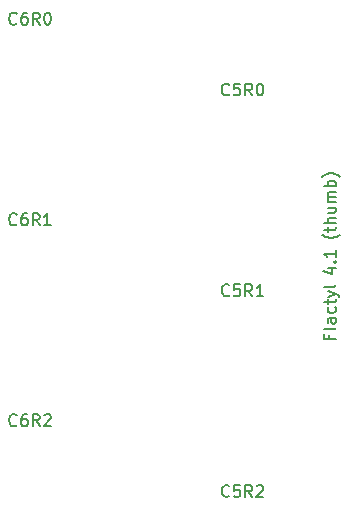
<source format=gbr>
%TF.GenerationSoftware,KiCad,Pcbnew,(7.0.0-0)*%
%TF.CreationDate,2023-02-22T17:53:04+08:00*%
%TF.ProjectId,thumb,7468756d-622e-46b6-9963-61645f706362,v1.0.0*%
%TF.SameCoordinates,Original*%
%TF.FileFunction,Legend,Top*%
%TF.FilePolarity,Positive*%
%FSLAX46Y46*%
G04 Gerber Fmt 4.6, Leading zero omitted, Abs format (unit mm)*
G04 Created by KiCad (PCBNEW (7.0.0-0)) date 2023-02-22 17:53:04*
%MOMM*%
%LPD*%
G01*
G04 APERTURE LIST*
%ADD10C,0.150000*%
G04 APERTURE END LIST*
D10*
%TO.C,S1*%
X16857142Y30727857D02*
X16809523Y30680238D01*
X16809523Y30680238D02*
X16666666Y30632619D01*
X16666666Y30632619D02*
X16571428Y30632619D01*
X16571428Y30632619D02*
X16428571Y30680238D01*
X16428571Y30680238D02*
X16333333Y30775476D01*
X16333333Y30775476D02*
X16285714Y30870714D01*
X16285714Y30870714D02*
X16238095Y31061190D01*
X16238095Y31061190D02*
X16238095Y31204047D01*
X16238095Y31204047D02*
X16285714Y31394523D01*
X16285714Y31394523D02*
X16333333Y31489761D01*
X16333333Y31489761D02*
X16428571Y31585000D01*
X16428571Y31585000D02*
X16571428Y31632619D01*
X16571428Y31632619D02*
X16666666Y31632619D01*
X16666666Y31632619D02*
X16809523Y31585000D01*
X16809523Y31585000D02*
X16857142Y31537380D01*
X17761904Y31632619D02*
X17285714Y31632619D01*
X17285714Y31632619D02*
X17238095Y31156428D01*
X17238095Y31156428D02*
X17285714Y31204047D01*
X17285714Y31204047D02*
X17380952Y31251666D01*
X17380952Y31251666D02*
X17619047Y31251666D01*
X17619047Y31251666D02*
X17714285Y31204047D01*
X17714285Y31204047D02*
X17761904Y31156428D01*
X17761904Y31156428D02*
X17809523Y31061190D01*
X17809523Y31061190D02*
X17809523Y30823095D01*
X17809523Y30823095D02*
X17761904Y30727857D01*
X17761904Y30727857D02*
X17714285Y30680238D01*
X17714285Y30680238D02*
X17619047Y30632619D01*
X17619047Y30632619D02*
X17380952Y30632619D01*
X17380952Y30632619D02*
X17285714Y30680238D01*
X17285714Y30680238D02*
X17238095Y30727857D01*
X18809523Y30632619D02*
X18476190Y31108809D01*
X18238095Y30632619D02*
X18238095Y31632619D01*
X18238095Y31632619D02*
X18619047Y31632619D01*
X18619047Y31632619D02*
X18714285Y31585000D01*
X18714285Y31585000D02*
X18761904Y31537380D01*
X18761904Y31537380D02*
X18809523Y31442142D01*
X18809523Y31442142D02*
X18809523Y31299285D01*
X18809523Y31299285D02*
X18761904Y31204047D01*
X18761904Y31204047D02*
X18714285Y31156428D01*
X18714285Y31156428D02*
X18619047Y31108809D01*
X18619047Y31108809D02*
X18238095Y31108809D01*
X19428571Y31632619D02*
X19523809Y31632619D01*
X19523809Y31632619D02*
X19619047Y31585000D01*
X19619047Y31585000D02*
X19666666Y31537380D01*
X19666666Y31537380D02*
X19714285Y31442142D01*
X19714285Y31442142D02*
X19761904Y31251666D01*
X19761904Y31251666D02*
X19761904Y31013571D01*
X19761904Y31013571D02*
X19714285Y30823095D01*
X19714285Y30823095D02*
X19666666Y30727857D01*
X19666666Y30727857D02*
X19619047Y30680238D01*
X19619047Y30680238D02*
X19523809Y30632619D01*
X19523809Y30632619D02*
X19428571Y30632619D01*
X19428571Y30632619D02*
X19333333Y30680238D01*
X19333333Y30680238D02*
X19285714Y30727857D01*
X19285714Y30727857D02*
X19238095Y30823095D01*
X19238095Y30823095D02*
X19190476Y31013571D01*
X19190476Y31013571D02*
X19190476Y31251666D01*
X19190476Y31251666D02*
X19238095Y31442142D01*
X19238095Y31442142D02*
X19285714Y31537380D01*
X19285714Y31537380D02*
X19333333Y31585000D01*
X19333333Y31585000D02*
X19428571Y31632619D01*
%TO.C,S2*%
X16857142Y13727857D02*
X16809523Y13680238D01*
X16809523Y13680238D02*
X16666666Y13632619D01*
X16666666Y13632619D02*
X16571428Y13632619D01*
X16571428Y13632619D02*
X16428571Y13680238D01*
X16428571Y13680238D02*
X16333333Y13775476D01*
X16333333Y13775476D02*
X16285714Y13870714D01*
X16285714Y13870714D02*
X16238095Y14061190D01*
X16238095Y14061190D02*
X16238095Y14204047D01*
X16238095Y14204047D02*
X16285714Y14394523D01*
X16285714Y14394523D02*
X16333333Y14489761D01*
X16333333Y14489761D02*
X16428571Y14585000D01*
X16428571Y14585000D02*
X16571428Y14632619D01*
X16571428Y14632619D02*
X16666666Y14632619D01*
X16666666Y14632619D02*
X16809523Y14585000D01*
X16809523Y14585000D02*
X16857142Y14537380D01*
X17761904Y14632619D02*
X17285714Y14632619D01*
X17285714Y14632619D02*
X17238095Y14156428D01*
X17238095Y14156428D02*
X17285714Y14204047D01*
X17285714Y14204047D02*
X17380952Y14251666D01*
X17380952Y14251666D02*
X17619047Y14251666D01*
X17619047Y14251666D02*
X17714285Y14204047D01*
X17714285Y14204047D02*
X17761904Y14156428D01*
X17761904Y14156428D02*
X17809523Y14061190D01*
X17809523Y14061190D02*
X17809523Y13823095D01*
X17809523Y13823095D02*
X17761904Y13727857D01*
X17761904Y13727857D02*
X17714285Y13680238D01*
X17714285Y13680238D02*
X17619047Y13632619D01*
X17619047Y13632619D02*
X17380952Y13632619D01*
X17380952Y13632619D02*
X17285714Y13680238D01*
X17285714Y13680238D02*
X17238095Y13727857D01*
X18809523Y13632619D02*
X18476190Y14108809D01*
X18238095Y13632619D02*
X18238095Y14632619D01*
X18238095Y14632619D02*
X18619047Y14632619D01*
X18619047Y14632619D02*
X18714285Y14585000D01*
X18714285Y14585000D02*
X18761904Y14537380D01*
X18761904Y14537380D02*
X18809523Y14442142D01*
X18809523Y14442142D02*
X18809523Y14299285D01*
X18809523Y14299285D02*
X18761904Y14204047D01*
X18761904Y14204047D02*
X18714285Y14156428D01*
X18714285Y14156428D02*
X18619047Y14108809D01*
X18619047Y14108809D02*
X18238095Y14108809D01*
X19761904Y13632619D02*
X19190476Y13632619D01*
X19476190Y13632619D02*
X19476190Y14632619D01*
X19476190Y14632619D02*
X19380952Y14489761D01*
X19380952Y14489761D02*
X19285714Y14394523D01*
X19285714Y14394523D02*
X19190476Y14346904D01*
%TO.C,S3*%
X16857142Y-3272142D02*
X16809523Y-3319761D01*
X16809523Y-3319761D02*
X16666666Y-3367380D01*
X16666666Y-3367380D02*
X16571428Y-3367380D01*
X16571428Y-3367380D02*
X16428571Y-3319761D01*
X16428571Y-3319761D02*
X16333333Y-3224523D01*
X16333333Y-3224523D02*
X16285714Y-3129285D01*
X16285714Y-3129285D02*
X16238095Y-2938809D01*
X16238095Y-2938809D02*
X16238095Y-2795952D01*
X16238095Y-2795952D02*
X16285714Y-2605476D01*
X16285714Y-2605476D02*
X16333333Y-2510238D01*
X16333333Y-2510238D02*
X16428571Y-2415000D01*
X16428571Y-2415000D02*
X16571428Y-2367380D01*
X16571428Y-2367380D02*
X16666666Y-2367380D01*
X16666666Y-2367380D02*
X16809523Y-2415000D01*
X16809523Y-2415000D02*
X16857142Y-2462619D01*
X17761904Y-2367380D02*
X17285714Y-2367380D01*
X17285714Y-2367380D02*
X17238095Y-2843571D01*
X17238095Y-2843571D02*
X17285714Y-2795952D01*
X17285714Y-2795952D02*
X17380952Y-2748333D01*
X17380952Y-2748333D02*
X17619047Y-2748333D01*
X17619047Y-2748333D02*
X17714285Y-2795952D01*
X17714285Y-2795952D02*
X17761904Y-2843571D01*
X17761904Y-2843571D02*
X17809523Y-2938809D01*
X17809523Y-2938809D02*
X17809523Y-3176904D01*
X17809523Y-3176904D02*
X17761904Y-3272142D01*
X17761904Y-3272142D02*
X17714285Y-3319761D01*
X17714285Y-3319761D02*
X17619047Y-3367380D01*
X17619047Y-3367380D02*
X17380952Y-3367380D01*
X17380952Y-3367380D02*
X17285714Y-3319761D01*
X17285714Y-3319761D02*
X17238095Y-3272142D01*
X18809523Y-3367380D02*
X18476190Y-2891190D01*
X18238095Y-3367380D02*
X18238095Y-2367380D01*
X18238095Y-2367380D02*
X18619047Y-2367380D01*
X18619047Y-2367380D02*
X18714285Y-2415000D01*
X18714285Y-2415000D02*
X18761904Y-2462619D01*
X18761904Y-2462619D02*
X18809523Y-2557857D01*
X18809523Y-2557857D02*
X18809523Y-2700714D01*
X18809523Y-2700714D02*
X18761904Y-2795952D01*
X18761904Y-2795952D02*
X18714285Y-2843571D01*
X18714285Y-2843571D02*
X18619047Y-2891190D01*
X18619047Y-2891190D02*
X18238095Y-2891190D01*
X19190476Y-2462619D02*
X19238095Y-2415000D01*
X19238095Y-2415000D02*
X19333333Y-2367380D01*
X19333333Y-2367380D02*
X19571428Y-2367380D01*
X19571428Y-2367380D02*
X19666666Y-2415000D01*
X19666666Y-2415000D02*
X19714285Y-2462619D01*
X19714285Y-2462619D02*
X19761904Y-2557857D01*
X19761904Y-2557857D02*
X19761904Y-2653095D01*
X19761904Y-2653095D02*
X19714285Y-2795952D01*
X19714285Y-2795952D02*
X19142857Y-3367380D01*
X19142857Y-3367380D02*
X19761904Y-3367380D01*
%TO.C,S4*%
X-1142857Y36727857D02*
X-1190476Y36680238D01*
X-1190476Y36680238D02*
X-1333333Y36632619D01*
X-1333333Y36632619D02*
X-1428571Y36632619D01*
X-1428571Y36632619D02*
X-1571428Y36680238D01*
X-1571428Y36680238D02*
X-1666666Y36775476D01*
X-1666666Y36775476D02*
X-1714285Y36870714D01*
X-1714285Y36870714D02*
X-1761904Y37061190D01*
X-1761904Y37061190D02*
X-1761904Y37204047D01*
X-1761904Y37204047D02*
X-1714285Y37394523D01*
X-1714285Y37394523D02*
X-1666666Y37489761D01*
X-1666666Y37489761D02*
X-1571428Y37585000D01*
X-1571428Y37585000D02*
X-1428571Y37632619D01*
X-1428571Y37632619D02*
X-1333333Y37632619D01*
X-1333333Y37632619D02*
X-1190476Y37585000D01*
X-1190476Y37585000D02*
X-1142857Y37537380D01*
X-285714Y37632619D02*
X-476190Y37632619D01*
X-476190Y37632619D02*
X-571428Y37585000D01*
X-571428Y37585000D02*
X-619047Y37537380D01*
X-619047Y37537380D02*
X-714285Y37394523D01*
X-714285Y37394523D02*
X-761904Y37204047D01*
X-761904Y37204047D02*
X-761904Y36823095D01*
X-761904Y36823095D02*
X-714285Y36727857D01*
X-714285Y36727857D02*
X-666666Y36680238D01*
X-666666Y36680238D02*
X-571428Y36632619D01*
X-571428Y36632619D02*
X-380952Y36632619D01*
X-380952Y36632619D02*
X-285714Y36680238D01*
X-285714Y36680238D02*
X-238095Y36727857D01*
X-238095Y36727857D02*
X-190476Y36823095D01*
X-190476Y36823095D02*
X-190476Y37061190D01*
X-190476Y37061190D02*
X-238095Y37156428D01*
X-238095Y37156428D02*
X-285714Y37204047D01*
X-285714Y37204047D02*
X-380952Y37251666D01*
X-380952Y37251666D02*
X-571428Y37251666D01*
X-571428Y37251666D02*
X-666666Y37204047D01*
X-666666Y37204047D02*
X-714285Y37156428D01*
X-714285Y37156428D02*
X-761904Y37061190D01*
X809523Y36632619D02*
X476190Y37108809D01*
X238095Y36632619D02*
X238095Y37632619D01*
X238095Y37632619D02*
X619047Y37632619D01*
X619047Y37632619D02*
X714285Y37585000D01*
X714285Y37585000D02*
X761904Y37537380D01*
X761904Y37537380D02*
X809523Y37442142D01*
X809523Y37442142D02*
X809523Y37299285D01*
X809523Y37299285D02*
X761904Y37204047D01*
X761904Y37204047D02*
X714285Y37156428D01*
X714285Y37156428D02*
X619047Y37108809D01*
X619047Y37108809D02*
X238095Y37108809D01*
X1428571Y37632619D02*
X1523809Y37632619D01*
X1523809Y37632619D02*
X1619047Y37585000D01*
X1619047Y37585000D02*
X1666666Y37537380D01*
X1666666Y37537380D02*
X1714285Y37442142D01*
X1714285Y37442142D02*
X1761904Y37251666D01*
X1761904Y37251666D02*
X1761904Y37013571D01*
X1761904Y37013571D02*
X1714285Y36823095D01*
X1714285Y36823095D02*
X1666666Y36727857D01*
X1666666Y36727857D02*
X1619047Y36680238D01*
X1619047Y36680238D02*
X1523809Y36632619D01*
X1523809Y36632619D02*
X1428571Y36632619D01*
X1428571Y36632619D02*
X1333333Y36680238D01*
X1333333Y36680238D02*
X1285714Y36727857D01*
X1285714Y36727857D02*
X1238095Y36823095D01*
X1238095Y36823095D02*
X1190476Y37013571D01*
X1190476Y37013571D02*
X1190476Y37251666D01*
X1190476Y37251666D02*
X1238095Y37442142D01*
X1238095Y37442142D02*
X1285714Y37537380D01*
X1285714Y37537380D02*
X1333333Y37585000D01*
X1333333Y37585000D02*
X1428571Y37632619D01*
%TO.C,S5*%
X-1142857Y19727857D02*
X-1190476Y19680238D01*
X-1190476Y19680238D02*
X-1333333Y19632619D01*
X-1333333Y19632619D02*
X-1428571Y19632619D01*
X-1428571Y19632619D02*
X-1571428Y19680238D01*
X-1571428Y19680238D02*
X-1666666Y19775476D01*
X-1666666Y19775476D02*
X-1714285Y19870714D01*
X-1714285Y19870714D02*
X-1761904Y20061190D01*
X-1761904Y20061190D02*
X-1761904Y20204047D01*
X-1761904Y20204047D02*
X-1714285Y20394523D01*
X-1714285Y20394523D02*
X-1666666Y20489761D01*
X-1666666Y20489761D02*
X-1571428Y20585000D01*
X-1571428Y20585000D02*
X-1428571Y20632619D01*
X-1428571Y20632619D02*
X-1333333Y20632619D01*
X-1333333Y20632619D02*
X-1190476Y20585000D01*
X-1190476Y20585000D02*
X-1142857Y20537380D01*
X-285714Y20632619D02*
X-476190Y20632619D01*
X-476190Y20632619D02*
X-571428Y20585000D01*
X-571428Y20585000D02*
X-619047Y20537380D01*
X-619047Y20537380D02*
X-714285Y20394523D01*
X-714285Y20394523D02*
X-761904Y20204047D01*
X-761904Y20204047D02*
X-761904Y19823095D01*
X-761904Y19823095D02*
X-714285Y19727857D01*
X-714285Y19727857D02*
X-666666Y19680238D01*
X-666666Y19680238D02*
X-571428Y19632619D01*
X-571428Y19632619D02*
X-380952Y19632619D01*
X-380952Y19632619D02*
X-285714Y19680238D01*
X-285714Y19680238D02*
X-238095Y19727857D01*
X-238095Y19727857D02*
X-190476Y19823095D01*
X-190476Y19823095D02*
X-190476Y20061190D01*
X-190476Y20061190D02*
X-238095Y20156428D01*
X-238095Y20156428D02*
X-285714Y20204047D01*
X-285714Y20204047D02*
X-380952Y20251666D01*
X-380952Y20251666D02*
X-571428Y20251666D01*
X-571428Y20251666D02*
X-666666Y20204047D01*
X-666666Y20204047D02*
X-714285Y20156428D01*
X-714285Y20156428D02*
X-761904Y20061190D01*
X809523Y19632619D02*
X476190Y20108809D01*
X238095Y19632619D02*
X238095Y20632619D01*
X238095Y20632619D02*
X619047Y20632619D01*
X619047Y20632619D02*
X714285Y20585000D01*
X714285Y20585000D02*
X761904Y20537380D01*
X761904Y20537380D02*
X809523Y20442142D01*
X809523Y20442142D02*
X809523Y20299285D01*
X809523Y20299285D02*
X761904Y20204047D01*
X761904Y20204047D02*
X714285Y20156428D01*
X714285Y20156428D02*
X619047Y20108809D01*
X619047Y20108809D02*
X238095Y20108809D01*
X1761904Y19632619D02*
X1190476Y19632619D01*
X1476190Y19632619D02*
X1476190Y20632619D01*
X1476190Y20632619D02*
X1380952Y20489761D01*
X1380952Y20489761D02*
X1285714Y20394523D01*
X1285714Y20394523D02*
X1190476Y20346904D01*
%TO.C,S6*%
X-1142857Y2727857D02*
X-1190476Y2680238D01*
X-1190476Y2680238D02*
X-1333333Y2632619D01*
X-1333333Y2632619D02*
X-1428571Y2632619D01*
X-1428571Y2632619D02*
X-1571428Y2680238D01*
X-1571428Y2680238D02*
X-1666666Y2775476D01*
X-1666666Y2775476D02*
X-1714285Y2870714D01*
X-1714285Y2870714D02*
X-1761904Y3061190D01*
X-1761904Y3061190D02*
X-1761904Y3204047D01*
X-1761904Y3204047D02*
X-1714285Y3394523D01*
X-1714285Y3394523D02*
X-1666666Y3489761D01*
X-1666666Y3489761D02*
X-1571428Y3585000D01*
X-1571428Y3585000D02*
X-1428571Y3632619D01*
X-1428571Y3632619D02*
X-1333333Y3632619D01*
X-1333333Y3632619D02*
X-1190476Y3585000D01*
X-1190476Y3585000D02*
X-1142857Y3537380D01*
X-285714Y3632619D02*
X-476190Y3632619D01*
X-476190Y3632619D02*
X-571428Y3585000D01*
X-571428Y3585000D02*
X-619047Y3537380D01*
X-619047Y3537380D02*
X-714285Y3394523D01*
X-714285Y3394523D02*
X-761904Y3204047D01*
X-761904Y3204047D02*
X-761904Y2823095D01*
X-761904Y2823095D02*
X-714285Y2727857D01*
X-714285Y2727857D02*
X-666666Y2680238D01*
X-666666Y2680238D02*
X-571428Y2632619D01*
X-571428Y2632619D02*
X-380952Y2632619D01*
X-380952Y2632619D02*
X-285714Y2680238D01*
X-285714Y2680238D02*
X-238095Y2727857D01*
X-238095Y2727857D02*
X-190476Y2823095D01*
X-190476Y2823095D02*
X-190476Y3061190D01*
X-190476Y3061190D02*
X-238095Y3156428D01*
X-238095Y3156428D02*
X-285714Y3204047D01*
X-285714Y3204047D02*
X-380952Y3251666D01*
X-380952Y3251666D02*
X-571428Y3251666D01*
X-571428Y3251666D02*
X-666666Y3204047D01*
X-666666Y3204047D02*
X-714285Y3156428D01*
X-714285Y3156428D02*
X-761904Y3061190D01*
X809523Y2632619D02*
X476190Y3108809D01*
X238095Y2632619D02*
X238095Y3632619D01*
X238095Y3632619D02*
X619047Y3632619D01*
X619047Y3632619D02*
X714285Y3585000D01*
X714285Y3585000D02*
X761904Y3537380D01*
X761904Y3537380D02*
X809523Y3442142D01*
X809523Y3442142D02*
X809523Y3299285D01*
X809523Y3299285D02*
X761904Y3204047D01*
X761904Y3204047D02*
X714285Y3156428D01*
X714285Y3156428D02*
X619047Y3108809D01*
X619047Y3108809D02*
X238095Y3108809D01*
X1190476Y3537380D02*
X1238095Y3585000D01*
X1238095Y3585000D02*
X1333333Y3632619D01*
X1333333Y3632619D02*
X1571428Y3632619D01*
X1571428Y3632619D02*
X1666666Y3585000D01*
X1666666Y3585000D02*
X1714285Y3537380D01*
X1714285Y3537380D02*
X1761904Y3442142D01*
X1761904Y3442142D02*
X1761904Y3346904D01*
X1761904Y3346904D02*
X1714285Y3204047D01*
X1714285Y3204047D02*
X1142857Y2632619D01*
X1142857Y2632619D02*
X1761904Y2632619D01*
%TO.C,JC1*%
%TO.C,H1*%
%TO.C,H2*%
%TO.C,T1*%
X25343571Y10304760D02*
X25343571Y9971427D01*
X25867380Y9971427D02*
X24867380Y9971427D01*
X24867380Y9971427D02*
X24867380Y10447617D01*
X25867380Y10971427D02*
X25819761Y10876189D01*
X25819761Y10876189D02*
X25724523Y10828570D01*
X25724523Y10828570D02*
X24867380Y10828570D01*
X25867380Y11780951D02*
X25343571Y11780951D01*
X25343571Y11780951D02*
X25248333Y11733332D01*
X25248333Y11733332D02*
X25200714Y11638094D01*
X25200714Y11638094D02*
X25200714Y11447618D01*
X25200714Y11447618D02*
X25248333Y11352380D01*
X25819761Y11780951D02*
X25867380Y11685713D01*
X25867380Y11685713D02*
X25867380Y11447618D01*
X25867380Y11447618D02*
X25819761Y11352380D01*
X25819761Y11352380D02*
X25724523Y11304761D01*
X25724523Y11304761D02*
X25629285Y11304761D01*
X25629285Y11304761D02*
X25534047Y11352380D01*
X25534047Y11352380D02*
X25486428Y11447618D01*
X25486428Y11447618D02*
X25486428Y11685713D01*
X25486428Y11685713D02*
X25438809Y11780951D01*
X25819761Y12685713D02*
X25867380Y12590475D01*
X25867380Y12590475D02*
X25867380Y12399999D01*
X25867380Y12399999D02*
X25819761Y12304761D01*
X25819761Y12304761D02*
X25772142Y12257142D01*
X25772142Y12257142D02*
X25676904Y12209523D01*
X25676904Y12209523D02*
X25391190Y12209523D01*
X25391190Y12209523D02*
X25295952Y12257142D01*
X25295952Y12257142D02*
X25248333Y12304761D01*
X25248333Y12304761D02*
X25200714Y12399999D01*
X25200714Y12399999D02*
X25200714Y12590475D01*
X25200714Y12590475D02*
X25248333Y12685713D01*
X25200714Y12971428D02*
X25200714Y13352380D01*
X24867380Y13114285D02*
X25724523Y13114285D01*
X25724523Y13114285D02*
X25819761Y13161904D01*
X25819761Y13161904D02*
X25867380Y13257142D01*
X25867380Y13257142D02*
X25867380Y13352380D01*
X25200714Y13590476D02*
X25867380Y13828571D01*
X25200714Y14066666D02*
X25867380Y13828571D01*
X25867380Y13828571D02*
X26105476Y13733333D01*
X26105476Y13733333D02*
X26153095Y13685714D01*
X26153095Y13685714D02*
X26200714Y13590476D01*
X25867380Y14590476D02*
X25819761Y14495238D01*
X25819761Y14495238D02*
X25724523Y14447619D01*
X25724523Y14447619D02*
X24867380Y14447619D01*
X25200714Y16000000D02*
X25867380Y16000000D01*
X24819761Y15761905D02*
X25534047Y15523810D01*
X25534047Y15523810D02*
X25534047Y16142857D01*
X25772142Y16523810D02*
X25819761Y16571429D01*
X25819761Y16571429D02*
X25867380Y16523810D01*
X25867380Y16523810D02*
X25819761Y16476191D01*
X25819761Y16476191D02*
X25772142Y16523810D01*
X25772142Y16523810D02*
X25867380Y16523810D01*
X25867380Y17523809D02*
X25867380Y16952381D01*
X25867380Y17238095D02*
X24867380Y17238095D01*
X24867380Y17238095D02*
X25010238Y17142857D01*
X25010238Y17142857D02*
X25105476Y17047619D01*
X25105476Y17047619D02*
X25153095Y16952381D01*
X26248333Y18838095D02*
X26200714Y18790476D01*
X26200714Y18790476D02*
X26057857Y18695238D01*
X26057857Y18695238D02*
X25962619Y18647619D01*
X25962619Y18647619D02*
X25819761Y18600000D01*
X25819761Y18600000D02*
X25581666Y18552381D01*
X25581666Y18552381D02*
X25391190Y18552381D01*
X25391190Y18552381D02*
X25153095Y18600000D01*
X25153095Y18600000D02*
X25010238Y18647619D01*
X25010238Y18647619D02*
X24915000Y18695238D01*
X24915000Y18695238D02*
X24772142Y18790476D01*
X24772142Y18790476D02*
X24724523Y18838095D01*
X25200714Y19076191D02*
X25200714Y19457143D01*
X24867380Y19219048D02*
X25724523Y19219048D01*
X25724523Y19219048D02*
X25819761Y19266667D01*
X25819761Y19266667D02*
X25867380Y19361905D01*
X25867380Y19361905D02*
X25867380Y19457143D01*
X25867380Y19790477D02*
X24867380Y19790477D01*
X25867380Y20219048D02*
X25343571Y20219048D01*
X25343571Y20219048D02*
X25248333Y20171429D01*
X25248333Y20171429D02*
X25200714Y20076191D01*
X25200714Y20076191D02*
X25200714Y19933334D01*
X25200714Y19933334D02*
X25248333Y19838096D01*
X25248333Y19838096D02*
X25295952Y19790477D01*
X25200714Y21123810D02*
X25867380Y21123810D01*
X25200714Y20695239D02*
X25724523Y20695239D01*
X25724523Y20695239D02*
X25819761Y20742858D01*
X25819761Y20742858D02*
X25867380Y20838096D01*
X25867380Y20838096D02*
X25867380Y20980953D01*
X25867380Y20980953D02*
X25819761Y21076191D01*
X25819761Y21076191D02*
X25772142Y21123810D01*
X25867380Y21600001D02*
X25200714Y21600001D01*
X25295952Y21600001D02*
X25248333Y21647620D01*
X25248333Y21647620D02*
X25200714Y21742858D01*
X25200714Y21742858D02*
X25200714Y21885715D01*
X25200714Y21885715D02*
X25248333Y21980953D01*
X25248333Y21980953D02*
X25343571Y22028572D01*
X25343571Y22028572D02*
X25867380Y22028572D01*
X25343571Y22028572D02*
X25248333Y22076191D01*
X25248333Y22076191D02*
X25200714Y22171429D01*
X25200714Y22171429D02*
X25200714Y22314286D01*
X25200714Y22314286D02*
X25248333Y22409525D01*
X25248333Y22409525D02*
X25343571Y22457144D01*
X25343571Y22457144D02*
X25867380Y22457144D01*
X25867380Y22933334D02*
X24867380Y22933334D01*
X25248333Y22933334D02*
X25200714Y23028572D01*
X25200714Y23028572D02*
X25200714Y23219048D01*
X25200714Y23219048D02*
X25248333Y23314286D01*
X25248333Y23314286D02*
X25295952Y23361905D01*
X25295952Y23361905D02*
X25391190Y23409524D01*
X25391190Y23409524D02*
X25676904Y23409524D01*
X25676904Y23409524D02*
X25772142Y23361905D01*
X25772142Y23361905D02*
X25819761Y23314286D01*
X25819761Y23314286D02*
X25867380Y23219048D01*
X25867380Y23219048D02*
X25867380Y23028572D01*
X25867380Y23028572D02*
X25819761Y22933334D01*
X26248333Y23742858D02*
X26200714Y23790477D01*
X26200714Y23790477D02*
X26057857Y23885715D01*
X26057857Y23885715D02*
X25962619Y23933334D01*
X25962619Y23933334D02*
X25819761Y23980953D01*
X25819761Y23980953D02*
X25581666Y24028572D01*
X25581666Y24028572D02*
X25391190Y24028572D01*
X25391190Y24028572D02*
X25153095Y23980953D01*
X25153095Y23980953D02*
X25010238Y23933334D01*
X25010238Y23933334D02*
X24915000Y23885715D01*
X24915000Y23885715D02*
X24772142Y23790477D01*
X24772142Y23790477D02*
X24724523Y23742858D01*
%TD*%
M02*

</source>
